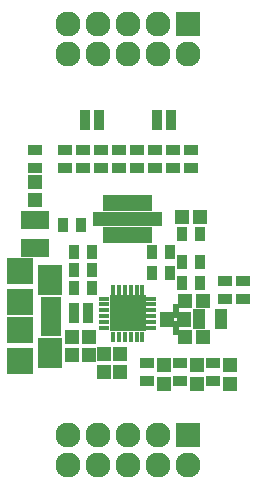
<source format=gts>
G04 #@! TF.FileFunction,Soldermask,Top*
%FSLAX46Y46*%
G04 Gerber Fmt 4.6, Leading zero omitted, Abs format (unit mm)*
G04 Created by KiCad (PCBNEW 4.0.5) date 01/03/18 17:15:43*
%MOMM*%
%LPD*%
G01*
G04 APERTURE LIST*
%ADD10C,0.100000*%
%ADD11R,1.150000X1.200000*%
%ADD12R,1.200000X1.150000*%
%ADD13R,1.200000X1.200000*%
%ADD14R,2.430000X1.540000*%
%ADD15R,1.100000X1.700000*%
%ADD16R,1.750000X0.800000*%
%ADD17R,2.000000X2.500000*%
%ADD18R,2.300000X2.300000*%
%ADD19R,2.300000X2.200000*%
%ADD20R,2.127200X2.127200*%
%ADD21O,2.127200X2.127200*%
%ADD22R,1.300000X0.900000*%
%ADD23R,0.900000X1.300000*%
%ADD24R,0.370000X0.820000*%
%ADD25R,0.820000X0.370000*%
%ADD26R,3.150000X3.150000*%
%ADD27R,0.600000X1.150000*%
%ADD28R,1.150000X0.600000*%
%ADD29R,0.690000X1.400000*%
%ADD30R,1.400000X0.690000*%
%ADD31R,1.050000X0.800000*%
%ADD32R,3.300000X1.300000*%
%ADD33R,0.900000X0.725000*%
G04 APERTURE END LIST*
D10*
D11*
X84201000Y-109081000D03*
X84201000Y-107581000D03*
X85598000Y-109081000D03*
X85598000Y-107581000D03*
X88265000Y-110478000D03*
X88265000Y-108978000D03*
X86868000Y-110478000D03*
X86868000Y-108978000D03*
D12*
X94984000Y-97409000D03*
X93484000Y-97409000D03*
X93738000Y-104521000D03*
X95238000Y-104521000D03*
X93738000Y-107569000D03*
X95238000Y-107569000D03*
D13*
X91948000Y-111544000D03*
X91948000Y-109944000D03*
X94742000Y-111544000D03*
X94742000Y-109944000D03*
X97536000Y-111544000D03*
X97536000Y-109944000D03*
X81089500Y-95986500D03*
X81089500Y-94386500D03*
D14*
X81089500Y-97606000D03*
X81089500Y-100006000D03*
D15*
X94935000Y-106045000D03*
X96835000Y-106045000D03*
D16*
X82431000Y-105791000D03*
X82431000Y-105141000D03*
X82431000Y-107091000D03*
X82431000Y-106441000D03*
X82431000Y-104491000D03*
D17*
X82306000Y-108891000D03*
X82306000Y-102691000D03*
D18*
X79756000Y-106991000D03*
X79756000Y-104591000D03*
D19*
X79756000Y-109591000D03*
X79756000Y-101991000D03*
D20*
X93980000Y-115824000D03*
D21*
X93980000Y-118364000D03*
X91440000Y-115824000D03*
X91440000Y-118364000D03*
X88900000Y-115824000D03*
X88900000Y-118364000D03*
X86360000Y-115824000D03*
X86360000Y-118364000D03*
X83820000Y-115824000D03*
X83820000Y-118364000D03*
D20*
X93980000Y-81026000D03*
D21*
X93980000Y-83566000D03*
X91440000Y-81026000D03*
X91440000Y-83566000D03*
X88900000Y-81026000D03*
X88900000Y-83566000D03*
X86360000Y-81026000D03*
X86360000Y-83566000D03*
X83820000Y-81026000D03*
X83820000Y-83566000D03*
D22*
X90551000Y-111252000D03*
X90551000Y-109752000D03*
X93345000Y-111240000D03*
X93345000Y-109740000D03*
X96139000Y-111240000D03*
X96139000Y-109740000D03*
X81089500Y-93206000D03*
X81089500Y-91706000D03*
D23*
X83451000Y-98044000D03*
X84951000Y-98044000D03*
X84340000Y-100330000D03*
X85840000Y-100330000D03*
X84340000Y-101854000D03*
X85840000Y-101854000D03*
X84340000Y-103378000D03*
X85840000Y-103378000D03*
X92444000Y-100330000D03*
X90944000Y-100330000D03*
X94984000Y-101219000D03*
X93484000Y-101219000D03*
X92444000Y-102108000D03*
X90944000Y-102108000D03*
X94984000Y-102997000D03*
X93484000Y-102997000D03*
X94984000Y-98806000D03*
X93484000Y-98806000D03*
D22*
X94234000Y-91706000D03*
X94234000Y-93206000D03*
X92710000Y-91706000D03*
X92710000Y-93206000D03*
X91186000Y-91706000D03*
X91186000Y-93206000D03*
X89662000Y-91706000D03*
X89662000Y-93206000D03*
X88138000Y-91706000D03*
X88138000Y-93206000D03*
X86614000Y-91706000D03*
X86614000Y-93206000D03*
X85090000Y-91706000D03*
X85090000Y-93206000D03*
X83566000Y-91706000D03*
X83566000Y-93206000D03*
X97155000Y-102818500D03*
X97155000Y-104318500D03*
X98679000Y-104318500D03*
X98679000Y-102818500D03*
D24*
X90150000Y-103562000D03*
D25*
X90875000Y-106787000D03*
D24*
X87650000Y-107512000D03*
D25*
X86925000Y-104287000D03*
X86925000Y-104787000D03*
X86925000Y-105287000D03*
X86925000Y-105787000D03*
X86925000Y-106287000D03*
X86925000Y-106787000D03*
D24*
X88150000Y-107512000D03*
X88650000Y-107512000D03*
X89150000Y-107512000D03*
X89650000Y-107512000D03*
X90150000Y-107512000D03*
D25*
X90875000Y-106287000D03*
X90875000Y-105787000D03*
X90875000Y-105287000D03*
X90875000Y-104787000D03*
X90875000Y-104287000D03*
D24*
X89650000Y-103562000D03*
X89150000Y-103562000D03*
X88650000Y-103562000D03*
X88150000Y-103562000D03*
X87650000Y-103562000D03*
D26*
X88900000Y-105537000D03*
D27*
X92964000Y-106770000D03*
X92964000Y-105320000D03*
D28*
X92239000Y-106045000D03*
X93689000Y-105645000D03*
X92239000Y-106445000D03*
X93689000Y-106445000D03*
X93689000Y-106045000D03*
X92239000Y-105645000D03*
D29*
X90650000Y-96186000D03*
X90650000Y-98886000D03*
D30*
X86650000Y-97286000D03*
X91150000Y-97786000D03*
X91150000Y-97286000D03*
D31*
X88212500Y-97536000D03*
D32*
X88900000Y-97536000D03*
D31*
X89587500Y-97536000D03*
D30*
X86650000Y-97786000D03*
D29*
X90150000Y-98886000D03*
X89650000Y-98886000D03*
X89150000Y-98886000D03*
X88650000Y-98886000D03*
X88150000Y-98886000D03*
X87650000Y-98886000D03*
X87150000Y-98886000D03*
X90150000Y-96186000D03*
X89650000Y-96186000D03*
X89150000Y-96186000D03*
X88650000Y-96186000D03*
X88150000Y-96186000D03*
X87650000Y-96186000D03*
X87150000Y-96186000D03*
D33*
X85252000Y-89654000D03*
X86452000Y-89654000D03*
X86452000Y-89154000D03*
X86452000Y-88654000D03*
X85252000Y-89154000D03*
X85252000Y-88654000D03*
X91348000Y-89654000D03*
X92548000Y-89654000D03*
X92548000Y-89154000D03*
X92548000Y-88654000D03*
X91348000Y-89154000D03*
X91348000Y-88654000D03*
X85563000Y-105037000D03*
X84363000Y-105037000D03*
X84363000Y-105537000D03*
X84363000Y-106037000D03*
X85563000Y-105537000D03*
X85563000Y-106037000D03*
M02*

</source>
